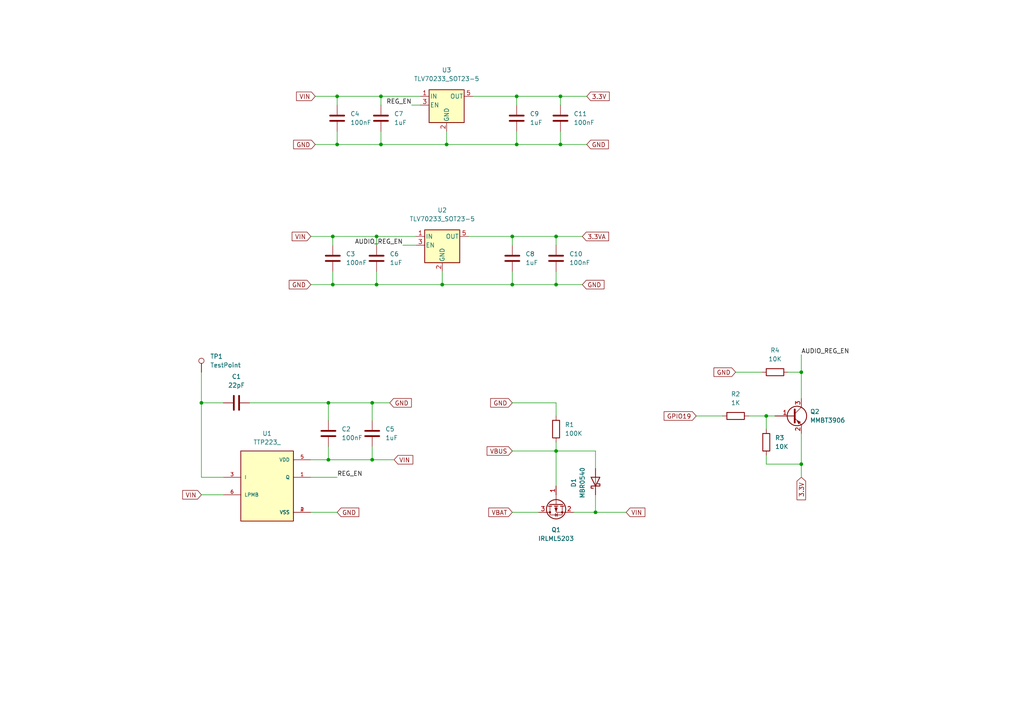
<source format=kicad_sch>
(kicad_sch (version 20211123) (generator eeschema)
  (paper "A4")
  (lib_symbols
    (symbol "Connector:TestPoint" (pin_numbers hide) (pin_names (offset 0.762) hide)
      (property "Reference" "TP" (at 0 6.858 0))
      (property "Value" "TestPoint" (at 0 5.08 0))
      (symbol "TestPoint_0_1"
        (circle (center 0 3.302) (radius 0.762))
      )
      (symbol "TestPoint_1_1"
        (pin passive line (at 0 0 90) (length 2.54) (name "1") (number "1"))
      )
    )
    (symbol "Device:C" (pin_numbers hide) (pin_names (offset 0.254))
      (property "Reference" "C" (at 0.635 2.54 0))
      (property "Value" "C" (at 0.635 -2.54 0))
      (symbol "C_0_1"
        (polyline (pts (xy -2.032 -0.762) (xy 2.032 -0.762)) (stroke (width 0.508)))
        (polyline (pts (xy -2.032 0.762) (xy 2.032 0.762)) (stroke (width 0.508)))
      )
      (symbol "C_1_1"
        (pin passive line (at 0 3.81 270) (length 2.794) (name "~") (number "1"))
        (pin passive line (at 0 -3.81 90) (length 2.794) (name "~") (number "2"))
      )
    )
    (symbol "Device:R" (pin_numbers hide) (pin_names (offset 0))
      (property "Reference" "R" (at 2.032 0 90))
      (property "Value" "R" (at 0 0 90))
      (symbol "R_0_1"
        (rectangle (start -1.016 -2.54) (end 1.016 2.54) (stroke (width 0.254)))
      )
      (symbol "R_1_1"
        (pin passive line (at 0 3.81 270) (length 1.27) (name "~") (number "1"))
        (pin passive line (at 0 -3.81 90) (length 1.27) (name "~") (number "2"))
      )
    )
    (symbol "Diode:MBR0540" (pin_numbers hide) (pin_names (offset 1.016) hide)
      (property "Reference" "D" (at 0 2.54 0))
      (property "Value" "MBR0540" (at 0 -2.54 0))
      (symbol "MBR0540_0_1"
        (polyline (pts (xy 1.27 0) (xy -1.27 0)))
        (polyline (pts (xy 1.27 1.27) (xy 1.27 -1.27) (xy -1.27 0) (xy 1.27 1.27)) (stroke (width 0.254)))
        (polyline (pts (xy -1.905 0.635) (xy -1.905 1.27) (xy -1.27 1.27) (xy -1.27 -1.27) (xy -0.635 -1.27) (xy -0.635 -0.635)) (stroke (width 0.254)))
      )
      (symbol "MBR0540_1_1"
        (pin passive line (at -3.81 0 0) (length 2.54) (name "K") (number "1"))
        (pin passive line (at 3.81 0 180) (length 2.54) (name "A") (number "2"))
      )
    )
    (symbol "Regulator_Linear:TLV70233_SOT23-5" (pin_names (offset 0.254))
      (property "Reference" "U" (at -3.81 5.715 0))
      (property "Value" "TLV70233_SOT23-5" (at 0 5.715 0))
      (symbol "TLV70233_SOT23-5_0_1"
        (rectangle (start -5.08 4.445) (end 5.08 -5.08) (stroke (width 0.254)) (fill (type background)))
      )
      (symbol "TLV70233_SOT23-5_1_1"
        (pin power_in line (at -7.62 2.54 0) (length 2.54) (name "IN") (number "1"))
        (pin power_in line (at 0 -7.62 90) (length 2.54) (name "GND") (number "2"))
        (pin input line (at -7.62 0 0) (length 2.54) (name "EN") (number "3"))
        (pin no_connect line (at 5.08 0 180) (length 2.54) hide (name "NC") (number "4"))
        (pin power_out line (at 7.62 2.54 180) (length 2.54) (name "OUT") (number "5"))
      )
    )
    (symbol "TTP223_:TTP223_" (pin_names (offset 1.016))
      (property "Reference" "U" (at -7.62 10.922 0))
      (property "Value" "TTP223_" (at -7.62 -12.7 0))
      (symbol "TTP223__0_0"
        (rectangle (start -7.62 -10.16) (end 7.62 10.16) (stroke (width 0.254)) (fill (type background)))
        (pin output line (at 12.7 2.54 180) (length 5.08) (name "Q") (number "1"))
        (pin power_in line (at 12.7 -7.62 180) (length 5.08) (name "VSS") (number "2"))
        (pin bidirectional line (at -12.7 2.54 0) (length 5.08) (name "I") (number "3"))
        (pin power_in line (at 12.7 -7.62 180) (length 5.08) (name "VSS") (number "4"))
        (pin power_in line (at 12.7 7.62 180) (length 5.08) (name "VDD") (number "5"))
        (pin input line (at -12.7 -2.54 0) (length 5.08) (name "LPMB") (number "6"))
      )
    )
    (symbol "Transistor_BJT:MMBT3906" (pin_names (offset 0) hide)
      (property "Reference" "Q" (at 5.08 1.905 0))
      (property "Value" "MMBT3906" (at 5.08 0 0))
      (symbol "MMBT3906_0_1"
        (polyline (pts (xy 0.635 0.635) (xy 2.54 2.54)))
        (polyline (pts (xy 0.635 -0.635) (xy 2.54 -2.54) (xy 2.54 -2.54)))
        (polyline (pts (xy 0.635 1.905) (xy 0.635 -1.905) (xy 0.635 -1.905)) (stroke (width 0.508)))
        (polyline (pts (xy 2.286 -1.778) (xy 1.778 -2.286) (xy 1.27 -1.27) (xy 2.286 -1.778) (xy 2.286 -1.778)) (fill (type outline)))
        (circle (center 1.27 0) (radius 2.8194) (stroke (width 0.254)))
      )
      (symbol "MMBT3906_1_1"
        (pin input line (at -5.08 0 0) (length 5.715) (name "B") (number "1"))
        (pin passive line (at 2.54 -5.08 90) (length 2.54) (name "E") (number "2"))
        (pin passive line (at 2.54 5.08 270) (length 2.54) (name "C") (number "3"))
      )
    )
    (symbol "Transistor_FET:IRLML5203" (pin_names hide)
      (property "Reference" "Q" (at 5.08 1.905 0))
      (property "Value" "IRLML5203" (at 5.08 0 0))
      (symbol "IRLML5203_0_1"
        (polyline (pts (xy 0.254 0) (xy -2.54 0)))
        (polyline (pts (xy 0.254 1.905) (xy 0.254 -1.905)) (stroke (width 0.254)))
        (polyline (pts (xy 0.762 -1.27) (xy 0.762 -2.286)) (stroke (width 0.254)))
        (polyline (pts (xy 0.762 0.508) (xy 0.762 -0.508)) (stroke (width 0.254)))
        (polyline (pts (xy 0.762 2.286) (xy 0.762 1.27)) (stroke (width 0.254)))
        (polyline (pts (xy 2.54 2.54) (xy 2.54 1.778)))
        (polyline (pts (xy 2.54 -2.54) (xy 2.54 0) (xy 0.762 0)))
        (polyline (pts (xy 0.762 1.778) (xy 3.302 1.778) (xy 3.302 -1.778) (xy 0.762 -1.778)))
        (polyline (pts (xy 2.286 0) (xy 1.27 0.381) (xy 1.27 -0.381) (xy 2.286 0)) (fill (type outline)))
        (polyline (pts (xy 2.794 -0.508) (xy 2.921 -0.381) (xy 3.683 -0.381) (xy 3.81 -0.254)))
        (polyline (pts (xy 3.302 -0.381) (xy 2.921 0.254) (xy 3.683 0.254) (xy 3.302 -0.381)))
        (circle (center 1.651 0) (radius 2.794) (stroke (width 0.254)))
        (circle (center 2.54 -1.778) (radius 0.254) (fill (type outline)))
        (circle (center 2.54 1.778) (radius 0.254) (fill (type outline)))
      )
      (symbol "IRLML5203_1_1"
        (pin input line (at -5.08 0 0) (length 2.54) (name "G") (number "1"))
        (pin passive line (at 2.54 -5.08 90) (length 2.54) (name "S") (number "2"))
        (pin passive line (at 2.54 5.08 270) (length 2.54) (name "D") (number "3"))
      )
    )
  )
  (junction (at 97.79 27.94))
  (junction (at 58.42 116.84))
  (junction (at 148.59 82.55))
  (junction (at 161.29 68.58))
  (junction (at 232.41 134.62))
  (junction (at 148.59 68.58))
  (junction (at 109.22 82.55))
  (junction (at 162.56 27.94))
  (junction (at 110.49 41.91))
  (junction (at 107.95 133.35))
  (junction (at 95.25 116.84))
  (junction (at 110.49 27.94))
  (junction (at 107.95 116.84))
  (junction (at 109.22 68.58))
  (junction (at 161.29 130.81))
  (junction (at 172.72 148.59))
  (junction (at 128.27 82.55))
  (junction (at 95.25 133.35))
  (junction (at 96.52 82.55))
  (junction (at 96.52 68.58))
  (junction (at 232.41 107.95))
  (junction (at 161.29 82.55))
  (junction (at 222.25 120.65))
  (junction (at 97.79 41.91))
  (junction (at 129.54 41.91))
  (junction (at 149.86 41.91))
  (junction (at 149.86 27.94))
  (junction (at 162.56 41.91))
  (wire (pts (xy 162.56 41.91) (xy 170.18 41.91)))
  (wire (pts (xy 222.25 120.65) (xy 224.79 120.65)))
  (wire (pts (xy 148.59 82.55) (xy 161.29 82.55)))
  (wire (pts (xy 95.25 133.35) (xy 107.95 133.35)))
  (wire (pts (xy 149.86 27.94) (xy 149.86 30.48)))
  (wire (pts (xy 148.59 78.74) (xy 148.59 82.55)))
  (wire (pts (xy 161.29 130.81) (xy 172.72 130.81)))
  (wire (pts (xy 162.56 27.94) (xy 162.56 30.48)))
  (wire (pts (xy 96.52 78.74) (xy 96.52 82.55)))
  (wire (pts (xy 148.59 68.58) (xy 148.59 71.12)))
  (wire (pts (xy 72.39 116.84) (xy 95.25 116.84)))
  (wire (pts (xy 232.41 107.95) (xy 232.41 115.57)))
  (wire (pts (xy 128.27 82.55) (xy 148.59 82.55)))
  (wire (pts (xy 161.29 128.27) (xy 161.29 130.81)))
  (wire (pts (xy 228.6 107.95) (xy 232.41 107.95)))
  (wire (pts (xy 95.25 129.54) (xy 95.25 133.35)))
  (wire (pts (xy 95.25 116.84) (xy 107.95 116.84)))
  (wire (pts (xy 109.22 82.55) (xy 128.27 82.55)))
  (wire (pts (xy 149.86 38.1) (xy 149.86 41.91)))
  (wire (pts (xy 161.29 82.55) (xy 168.91 82.55)))
  (wire (pts (xy 148.59 116.84) (xy 161.29 116.84)))
  (wire (pts (xy 110.49 38.1) (xy 110.49 41.91)))
  (wire (pts (xy 120.65 71.12) (xy 116.84 71.12)))
  (wire (pts (xy 135.89 68.58) (xy 148.59 68.58)))
  (wire (pts (xy 148.59 148.59) (xy 156.21 148.59)))
  (wire (pts (xy 110.49 27.94) (xy 121.92 27.94)))
  (wire (pts (xy 58.42 138.43) (xy 64.77 138.43)))
  (wire (pts (xy 96.52 68.58) (xy 109.22 68.58)))
  (wire (pts (xy 129.54 38.1) (xy 129.54 41.91)))
  (wire (pts (xy 97.79 27.94) (xy 97.79 30.48)))
  (wire (pts (xy 213.36 107.95) (xy 220.98 107.95)))
  (wire (pts (xy 97.79 38.1) (xy 97.79 41.91)))
  (wire (pts (xy 222.25 134.62) (xy 232.41 134.62)))
  (wire (pts (xy 107.95 116.84) (xy 107.95 121.92)))
  (wire (pts (xy 162.56 27.94) (xy 170.18 27.94)))
  (wire (pts (xy 109.22 68.58) (xy 109.22 71.12)))
  (wire (pts (xy 137.16 27.94) (xy 149.86 27.94)))
  (wire (pts (xy 90.17 133.35) (xy 95.25 133.35)))
  (wire (pts (xy 109.22 78.74) (xy 109.22 82.55)))
  (wire (pts (xy 149.86 27.94) (xy 162.56 27.94)))
  (wire (pts (xy 232.41 102.87) (xy 232.41 107.95)))
  (wire (pts (xy 97.79 138.43) (xy 90.17 138.43)))
  (wire (pts (xy 121.92 30.48) (xy 119.38 30.48)))
  (wire (pts (xy 148.59 130.81) (xy 161.29 130.81)))
  (wire (pts (xy 201.93 120.65) (xy 209.55 120.65)))
  (wire (pts (xy 129.54 41.91) (xy 149.86 41.91)))
  (wire (pts (xy 90.17 148.59) (xy 97.79 148.59)))
  (wire (pts (xy 107.95 129.54) (xy 107.95 133.35)))
  (wire (pts (xy 222.25 120.65) (xy 222.25 124.46)))
  (wire (pts (xy 166.37 148.59) (xy 172.72 148.59)))
  (wire (pts (xy 172.72 130.81) (xy 172.72 135.89)))
  (wire (pts (xy 222.25 132.08) (xy 222.25 134.62)))
  (wire (pts (xy 97.79 41.91) (xy 110.49 41.91)))
  (wire (pts (xy 96.52 68.58) (xy 96.52 71.12)))
  (wire (pts (xy 172.72 143.51) (xy 172.72 148.59)))
  (wire (pts (xy 110.49 41.91) (xy 129.54 41.91)))
  (wire (pts (xy 162.56 38.1) (xy 162.56 41.91)))
  (wire (pts (xy 148.59 68.58) (xy 161.29 68.58)))
  (wire (pts (xy 217.17 120.65) (xy 222.25 120.65)))
  (wire (pts (xy 58.42 116.84) (xy 58.42 138.43)))
  (wire (pts (xy 161.29 120.65) (xy 161.29 116.84)))
  (wire (pts (xy 232.41 125.73) (xy 232.41 134.62)))
  (wire (pts (xy 161.29 68.58) (xy 161.29 71.12)))
  (wire (pts (xy 58.42 143.51) (xy 64.77 143.51)))
  (wire (pts (xy 107.95 133.35) (xy 114.3 133.35)))
  (wire (pts (xy 232.41 134.62) (xy 232.41 138.43)))
  (wire (pts (xy 95.25 121.92) (xy 95.25 116.84)))
  (wire (pts (xy 91.44 27.94) (xy 97.79 27.94)))
  (wire (pts (xy 97.79 27.94) (xy 110.49 27.94)))
  (wire (pts (xy 110.49 27.94) (xy 110.49 30.48)))
  (wire (pts (xy 58.42 116.84) (xy 64.77 116.84)))
  (wire (pts (xy 96.52 82.55) (xy 109.22 82.55)))
  (wire (pts (xy 58.42 107.95) (xy 58.42 116.84)))
  (wire (pts (xy 128.27 78.74) (xy 128.27 82.55)))
  (wire (pts (xy 107.95 116.84) (xy 113.03 116.84)))
  (wire (pts (xy 161.29 78.74) (xy 161.29 82.55)))
  (wire (pts (xy 90.17 82.55) (xy 96.52 82.55)))
  (wire (pts (xy 161.29 130.81) (xy 161.29 140.97)))
  (wire (pts (xy 149.86 41.91) (xy 162.56 41.91)))
  (wire (pts (xy 91.44 41.91) (xy 97.79 41.91)))
  (wire (pts (xy 109.22 68.58) (xy 120.65 68.58)))
  (wire (pts (xy 161.29 68.58) (xy 168.91 68.58)))
  (wire (pts (xy 90.17 68.58) (xy 96.52 68.58)))
  (wire (pts (xy 172.72 148.59) (xy 181.61 148.59)))
  (label "AUDIO_REG_EN" (at 232.41 102.87 0))
  (label "AUDIO_REG_EN" (at 116.84 71.12 180))
  (label "REG_EN" (at 97.79 138.43 0))
  (label "REG_EN" (at 119.38 30.48 180))
  (global_label "GND" (shape input) (at 168.91 82.55 0) (property "Intersheet References" "${INTERSHEET_REFS}" (effects hide)))
  (global_label "VBAT" (shape input) (at 148.59 148.59 180) (property "Intersheet References" "${INTERSHEET_REFS}" (effects hide)))
  (global_label "GND" (shape input) (at 97.79 148.59 0) (property "Intersheet References" "${INTERSHEET_REFS}" (effects hide)))
  (global_label "GND" (shape input) (at 113.03 116.84 0) (property "Intersheet References" "${INTERSHEET_REFS}" (effects hide)))
  (global_label "3.3VA" (shape input) (at 168.91 68.58 0) (property "Intersheet References" "${INTERSHEET_REFS}" (effects hide)))
  (global_label "GND" (shape input) (at 91.44 41.91 180) (property "Intersheet References" "${INTERSHEET_REFS}" (effects hide)))
  (global_label "GND" (shape input) (at 148.59 116.84 180) (property "Intersheet References" "${INTERSHEET_REFS}" (effects hide)))
  (global_label "GPIO19" (shape input) (at 201.93 120.65 180) (property "Intersheet References" "${INTERSHEET_REFS}" (effects hide)))
  (global_label "VIN" (shape input) (at 90.17 68.58 180) (property "Intersheet References" "${INTERSHEET_REFS}" (effects hide)))
  (global_label "GND" (shape input) (at 90.17 82.55 180) (property "Intersheet References" "${INTERSHEET_REFS}" (effects hide)))
  (global_label "3.3V" (shape input) (at 170.18 27.94 0) (property "Intersheet References" "${INTERSHEET_REFS}" (effects hide)))
  (global_label "VBUS" (shape input) (at 148.59 130.81 180) (property "Intersheet References" "${INTERSHEET_REFS}" (effects hide)))
  (global_label "VIN" (shape input) (at 114.3 133.35 0) (property "Intersheet References" "${INTERSHEET_REFS}" (effects hide)))
  (global_label "VIN" (shape input) (at 58.42 143.51 180) (property "Intersheet References" "${INTERSHEET_REFS}" (effects hide)))
  (global_label "3.3V" (shape input) (at 232.41 138.43 270) (property "Intersheet References" "${INTERSHEET_REFS}" (effects hide)))
  (global_label "VIN" (shape input) (at 181.61 148.59 0) (property "Intersheet References" "${INTERSHEET_REFS}" (effects hide)))
  (global_label "VIN" (shape input) (at 91.44 27.94 180) (property "Intersheet References" "${INTERSHEET_REFS}" (effects hide)))
  (global_label "GND" (shape input) (at 170.18 41.91 0) (property "Intersheet References" "${INTERSHEET_REFS}" (effects hide)))
  (global_label "GND" (shape input) (at 213.36 107.95 180) (property "Intersheet References" "${INTERSHEET_REFS}" (effects hide)))
  (symbol (lib_id "Device:R") (at 161.29 124.46 0) (unit 1)
    (property "Reference" "R1" (at 163.83 123.1899 0) (effects (justify left)))
    (property "Value" "100K" (at 163.83 125.7299 0) (effects (justify left)))
    (property "Footprint" "Resistor_SMD:R_0603_1608Metric" (effects hide))
  )
  (symbol (lib_id "Diode:MBR0540") (at 172.72 139.7 90) (unit 1)
    (property "Reference" "D1" (at 166.37 140.0175 0))
    (property "Value" "MBR0540" (at 168.91 140.0175 0))
    (property "Footprint" "Diode_SMD:D_SOD-123" (effects hide))
    (property "Datasheet" "http://www.mccsemi.com/up_pdf/MBR0520~MBR0580(SOD123).pdf" (effects hide))
  )
  (symbol (lib_id "TTP223_:TTP223_") (at 77.47 140.97 0) (unit 1)
    (property "Reference" "U1" (at 77.47 125.73 0))
    (property "Value" "TTP223_" (at 77.47 128.27 0))
    (property "Footprint" "footprints:SOT95P285X126-6N" (effects hide))
    (property "MANUFACTURER" "TONTEK" (effects hide))
    (property "PARTREV" "2.0" (effects hide))
    (property "STANDARD" "IPC-7351B" (effects hide))
  )
  (symbol (lib_id "Device:C") (at 110.49 34.29 0) (unit 1)
    (property "Reference" "C7" (at 114.3 33.0199 0) (effects (justify left)))
    (property "Value" "1uF" (at 114.3 35.5599 0) (effects (justify left)))
    (property "Footprint" "Capacitor_SMD:C_0603_1608Metric" (effects hide))
  )
  (symbol (lib_id "Device:C") (at 148.59 74.93 0) (unit 1)
    (property "Reference" "C8" (at 152.4 73.6599 0) (effects (justify left)))
    (property "Value" "1uF" (at 152.4 76.1999 0) (effects (justify left)))
    (property "Footprint" "Capacitor_SMD:C_0603_1608Metric" (effects hide))
  )
  (symbol (lib_id "Device:R") (at 222.25 128.27 180) (unit 1)
    (property "Reference" "R3" (at 224.79 126.9999 0) (effects (justify right)))
    (property "Value" "10K" (at 224.79 129.5399 0) (effects (justify right)))
    (property "Footprint" "Resistor_SMD:R_0603_1608Metric" (effects hide))
  )
  (symbol (lib_id "Transistor_BJT:MMBT3906") (at 229.87 120.65 0) (unit 1)
    (property "Reference" "Q2" (at 234.95 119.3799 0) (effects (justify left)))
    (property "Value" "MMBT3906" (at 234.95 121.9199 0) (effects (justify left)))
    (property "Footprint" "Package_TO_SOT_SMD:SOT-23" (effects hide))
    (property "Datasheet" "https://www.onsemi.com/pub/Collateral/2N3906-D.PDF" (effects hide))
  )
  (symbol (lib_id "Device:C") (at 161.29 74.93 0) (unit 1)
    (property "Reference" "C10" (at 165.1 73.6599 0) (effects (justify left)))
    (property "Value" "100nF" (at 165.1 76.1999 0) (effects (justify left)))
    (property "Footprint" "Capacitor_SMD:C_0603_1608Metric" (effects hide))
  )
  (symbol (lib_id "Device:C") (at 96.52 74.93 0) (unit 1)
    (property "Reference" "C3" (at 100.33 73.6599 0) (effects (justify left)))
    (property "Value" "100nF" (at 100.33 76.1999 0) (effects (justify left)))
    (property "Footprint" "Capacitor_SMD:C_0603_1608Metric" (effects hide))
  )
  (symbol (lib_id "Device:C") (at 109.22 74.93 0) (unit 1)
    (property "Reference" "C6" (at 113.03 73.6599 0) (effects (justify left)))
    (property "Value" "1uF" (at 113.03 76.1999 0) (effects (justify left)))
    (property "Footprint" "Capacitor_SMD:C_0603_1608Metric" (effects hide))
  )
  (symbol (lib_id "Connector:TestPoint") (at 58.42 107.95 0) (unit 1)
    (property "Reference" "TP1" (at 60.96 103.3779 0) (effects (justify left)))
    (property "Value" "TestPoint" (at 60.96 105.9179 0) (effects (justify left)))
    (property "Footprint" "TestPoint:TestPoint_Pad_D3.0mm" (effects hide))
  )
  (symbol (lib_id "Regulator_Linear:TLV70233_SOT23-5") (at 128.27 71.12 0) (unit 1)
    (property "Reference" "U2" (at 128.27 60.96 0))
    (property "Value" "TLV70233_SOT23-5" (at 128.27 63.5 0))
    (property "Footprint" "Package_TO_SOT_SMD:SOT-23-5" (effects hide))
    (property "Datasheet" "http://www.ti.com/lit/ds/symlink/tlv702.pdf" (effects hide))
  )
  (symbol (lib_id "Device:C") (at 107.95 125.73 0) (unit 1)
    (property "Reference" "C5" (at 111.76 124.4599 0) (effects (justify left)))
    (property "Value" "1uF" (at 111.76 126.9999 0) (effects (justify left)))
    (property "Footprint" "Capacitor_SMD:C_0603_1608Metric" (effects hide))
  )
  (symbol (lib_id "Regulator_Linear:TLV70233_SOT23-5") (at 129.54 30.48 0) (unit 1)
    (property "Reference" "U3" (at 129.54 20.32 0))
    (property "Value" "TLV70233_SOT23-5" (at 129.54 22.86 0))
    (property "Footprint" "Package_TO_SOT_SMD:SOT-23-5" (effects hide))
    (property "Datasheet" "http://www.ti.com/lit/ds/symlink/tlv702.pdf" (effects hide))
  )
  (symbol (lib_id "Device:C") (at 149.86 34.29 0) (unit 1)
    (property "Reference" "C9" (at 153.67 33.0199 0) (effects (justify left)))
    (property "Value" "1uF" (at 153.67 35.5599 0) (effects (justify left)))
    (property "Footprint" "Capacitor_SMD:C_0603_1608Metric" (effects hide))
  )
  (symbol (lib_id "Device:C") (at 68.58 116.84 90) (unit 1)
    (property "Reference" "C1" (at 68.58 109.22 90))
    (property "Value" "22pF" (at 68.58 111.76 90))
    (property "Footprint" "Capacitor_SMD:C_0603_1608Metric" (effects hide))
  )
  (symbol (lib_id "Device:C") (at 97.79 34.29 0) (unit 1)
    (property "Reference" "C4" (at 101.6 33.0199 0) (effects (justify left)))
    (property "Value" "100nF" (at 101.6 35.5599 0) (effects (justify left)))
    (property "Footprint" "Capacitor_SMD:C_0603_1608Metric" (effects hide))
  )
  (symbol (lib_id "Device:C") (at 162.56 34.29 0) (unit 1)
    (property "Reference" "C11" (at 166.37 33.0199 0) (effects (justify left)))
    (property "Value" "100nF" (at 166.37 35.5599 0) (effects (justify left)))
    (property "Footprint" "Capacitor_SMD:C_0603_1608Metric" (effects hide))
  )
  (symbol (lib_id "Device:C") (at 95.25 125.73 0) (unit 1)
    (property "Reference" "C2" (at 99.06 124.4599 0) (effects (justify left)))
    (property "Value" "100nF" (at 99.06 126.9999 0) (effects (justify left)))
    (property "Footprint" "Capacitor_SMD:C_0603_1608Metric" (effects hide))
  )
  (symbol (lib_id "Transistor_FET:IRLML5203") (at 161.29 146.05 90) (mirror x) (unit 1)
    (property "Reference" "Q1" (at 161.29 153.67 90))
    (property "Value" "IRLML5203" (at 161.29 156.21 90))
    (property "Footprint" "Package_TO_SOT_SMD:SOT-23" (effects hide))
    (property "Datasheet" "https://www.infineon.com/dgdl/irlml5203pbf.pdf?fileId=5546d462533600a40153566868da261d" (effects hide))
  )
  (symbol (lib_id "Device:R") (at 213.36 120.65 90) (unit 1)
    (property "Reference" "R2" (at 213.36 114.3 90))
    (property "Value" "1K" (at 213.36 116.84 90))
    (property "Footprint" "Resistor_SMD:R_0603_1608Metric" (effects hide))
  )
  (symbol (lib_id "Device:R") (at 224.79 107.95 270) (unit 1)
    (property "Reference" "R4" (at 224.79 101.6 90))
    (property "Value" "10K" (at 224.79 104.14 90))
    (property "Footprint" "Resistor_SMD:R_0603_1608Metric" (effects hide))
  )
)
</source>
